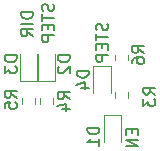
<source format=gbr>
%TF.GenerationSoftware,KiCad,Pcbnew,7.0.8*%
%TF.CreationDate,2023-12-24T04:11:35-08:00*%
%TF.ProjectId,EZ Teknic Converter - R1,455a2054-656b-46e6-9963-20436f6e7665,rev?*%
%TF.SameCoordinates,Original*%
%TF.FileFunction,Legend,Bot*%
%TF.FilePolarity,Positive*%
%FSLAX46Y46*%
G04 Gerber Fmt 4.6, Leading zero omitted, Abs format (unit mm)*
G04 Created by KiCad (PCBNEW 7.0.8) date 2023-12-24 04:11:35*
%MOMM*%
%LPD*%
G01*
G04 APERTURE LIST*
%ADD10C,0.150000*%
%ADD11C,0.120000*%
G04 APERTURE END LIST*
D10*
X37715819Y139998220D02*
X36715819Y139998220D01*
X36715819Y139998220D02*
X36715819Y139760125D01*
X36715819Y139760125D02*
X36763438Y139617268D01*
X36763438Y139617268D02*
X36858676Y139522030D01*
X36858676Y139522030D02*
X36953914Y139474411D01*
X36953914Y139474411D02*
X37144390Y139426792D01*
X37144390Y139426792D02*
X37287247Y139426792D01*
X37287247Y139426792D02*
X37477723Y139474411D01*
X37477723Y139474411D02*
X37572961Y139522030D01*
X37572961Y139522030D02*
X37668200Y139617268D01*
X37668200Y139617268D02*
X37715819Y139760125D01*
X37715819Y139760125D02*
X37715819Y139998220D01*
X37715819Y138998220D02*
X36715819Y138998220D01*
X37715819Y137950602D02*
X37239628Y138283935D01*
X37715819Y138522030D02*
X36715819Y138522030D01*
X36715819Y138522030D02*
X36715819Y138141078D01*
X36715819Y138141078D02*
X36763438Y138045840D01*
X36763438Y138045840D02*
X36811057Y137998221D01*
X36811057Y137998221D02*
X36906295Y137950602D01*
X36906295Y137950602D02*
X37049152Y137950602D01*
X37049152Y137950602D02*
X37144390Y137998221D01*
X37144390Y137998221D02*
X37192009Y138045840D01*
X37192009Y138045840D02*
X37239628Y138141078D01*
X37239628Y138141078D02*
X37239628Y138522030D01*
X46082009Y130092220D02*
X46082009Y129758887D01*
X46605819Y129616030D02*
X46605819Y130092220D01*
X46605819Y130092220D02*
X45605819Y130092220D01*
X45605819Y130092220D02*
X45605819Y129616030D01*
X46605819Y129187458D02*
X45605819Y129187458D01*
X45605819Y129187458D02*
X46605819Y128616030D01*
X46605819Y128616030D02*
X45605819Y128616030D01*
X44018200Y139029839D02*
X44065819Y138886982D01*
X44065819Y138886982D02*
X44065819Y138648887D01*
X44065819Y138648887D02*
X44018200Y138553649D01*
X44018200Y138553649D02*
X43970580Y138506030D01*
X43970580Y138506030D02*
X43875342Y138458411D01*
X43875342Y138458411D02*
X43780104Y138458411D01*
X43780104Y138458411D02*
X43684866Y138506030D01*
X43684866Y138506030D02*
X43637247Y138553649D01*
X43637247Y138553649D02*
X43589628Y138648887D01*
X43589628Y138648887D02*
X43542009Y138839363D01*
X43542009Y138839363D02*
X43494390Y138934601D01*
X43494390Y138934601D02*
X43446771Y138982220D01*
X43446771Y138982220D02*
X43351533Y139029839D01*
X43351533Y139029839D02*
X43256295Y139029839D01*
X43256295Y139029839D02*
X43161057Y138982220D01*
X43161057Y138982220D02*
X43113438Y138934601D01*
X43113438Y138934601D02*
X43065819Y138839363D01*
X43065819Y138839363D02*
X43065819Y138601268D01*
X43065819Y138601268D02*
X43113438Y138458411D01*
X43065819Y138172696D02*
X43065819Y137601268D01*
X44065819Y137886982D02*
X43065819Y137886982D01*
X43542009Y137267934D02*
X43542009Y136934601D01*
X44065819Y136791744D02*
X44065819Y137267934D01*
X44065819Y137267934D02*
X43065819Y137267934D01*
X43065819Y137267934D02*
X43065819Y136791744D01*
X44065819Y136363172D02*
X43065819Y136363172D01*
X43065819Y136363172D02*
X43065819Y135982220D01*
X43065819Y135982220D02*
X43113438Y135886982D01*
X43113438Y135886982D02*
X43161057Y135839363D01*
X43161057Y135839363D02*
X43256295Y135791744D01*
X43256295Y135791744D02*
X43399152Y135791744D01*
X43399152Y135791744D02*
X43494390Y135839363D01*
X43494390Y135839363D02*
X43542009Y135886982D01*
X43542009Y135886982D02*
X43589628Y135982220D01*
X43589628Y135982220D02*
X43589628Y136363172D01*
X39446200Y140680839D02*
X39493819Y140537982D01*
X39493819Y140537982D02*
X39493819Y140299887D01*
X39493819Y140299887D02*
X39446200Y140204649D01*
X39446200Y140204649D02*
X39398580Y140157030D01*
X39398580Y140157030D02*
X39303342Y140109411D01*
X39303342Y140109411D02*
X39208104Y140109411D01*
X39208104Y140109411D02*
X39112866Y140157030D01*
X39112866Y140157030D02*
X39065247Y140204649D01*
X39065247Y140204649D02*
X39017628Y140299887D01*
X39017628Y140299887D02*
X38970009Y140490363D01*
X38970009Y140490363D02*
X38922390Y140585601D01*
X38922390Y140585601D02*
X38874771Y140633220D01*
X38874771Y140633220D02*
X38779533Y140680839D01*
X38779533Y140680839D02*
X38684295Y140680839D01*
X38684295Y140680839D02*
X38589057Y140633220D01*
X38589057Y140633220D02*
X38541438Y140585601D01*
X38541438Y140585601D02*
X38493819Y140490363D01*
X38493819Y140490363D02*
X38493819Y140252268D01*
X38493819Y140252268D02*
X38541438Y140109411D01*
X38493819Y139823696D02*
X38493819Y139252268D01*
X39493819Y139537982D02*
X38493819Y139537982D01*
X38970009Y138918934D02*
X38970009Y138585601D01*
X39493819Y138442744D02*
X39493819Y138918934D01*
X39493819Y138918934D02*
X38493819Y138918934D01*
X38493819Y138918934D02*
X38493819Y138442744D01*
X39493819Y138014172D02*
X38493819Y138014172D01*
X38493819Y138014172D02*
X38493819Y137633220D01*
X38493819Y137633220D02*
X38541438Y137537982D01*
X38541438Y137537982D02*
X38589057Y137490363D01*
X38589057Y137490363D02*
X38684295Y137442744D01*
X38684295Y137442744D02*
X38827152Y137442744D01*
X38827152Y137442744D02*
X38922390Y137490363D01*
X38922390Y137490363D02*
X38970009Y137537982D01*
X38970009Y137537982D02*
X39017628Y137633220D01*
X39017628Y137633220D02*
X39017628Y138014172D01*
X48079819Y133008666D02*
X47603628Y133341999D01*
X48079819Y133580094D02*
X47079819Y133580094D01*
X47079819Y133580094D02*
X47079819Y133199142D01*
X47079819Y133199142D02*
X47127438Y133103904D01*
X47127438Y133103904D02*
X47175057Y133056285D01*
X47175057Y133056285D02*
X47270295Y133008666D01*
X47270295Y133008666D02*
X47413152Y133008666D01*
X47413152Y133008666D02*
X47508390Y133056285D01*
X47508390Y133056285D02*
X47556009Y133103904D01*
X47556009Y133103904D02*
X47603628Y133199142D01*
X47603628Y133199142D02*
X47603628Y133580094D01*
X47079819Y132675332D02*
X47079819Y132056285D01*
X47079819Y132056285D02*
X47460771Y132389618D01*
X47460771Y132389618D02*
X47460771Y132246761D01*
X47460771Y132246761D02*
X47508390Y132151523D01*
X47508390Y132151523D02*
X47556009Y132103904D01*
X47556009Y132103904D02*
X47651247Y132056285D01*
X47651247Y132056285D02*
X47889342Y132056285D01*
X47889342Y132056285D02*
X47984580Y132103904D01*
X47984580Y132103904D02*
X48032200Y132151523D01*
X48032200Y132151523D02*
X48079819Y132246761D01*
X48079819Y132246761D02*
X48079819Y132532475D01*
X48079819Y132532475D02*
X48032200Y132627713D01*
X48032200Y132627713D02*
X47984580Y132675332D01*
X36334819Y136323094D02*
X35334819Y136323094D01*
X35334819Y136323094D02*
X35334819Y136084999D01*
X35334819Y136084999D02*
X35382438Y135942142D01*
X35382438Y135942142D02*
X35477676Y135846904D01*
X35477676Y135846904D02*
X35572914Y135799285D01*
X35572914Y135799285D02*
X35763390Y135751666D01*
X35763390Y135751666D02*
X35906247Y135751666D01*
X35906247Y135751666D02*
X36096723Y135799285D01*
X36096723Y135799285D02*
X36191961Y135846904D01*
X36191961Y135846904D02*
X36287200Y135942142D01*
X36287200Y135942142D02*
X36334819Y136084999D01*
X36334819Y136084999D02*
X36334819Y136323094D01*
X35334819Y135418332D02*
X35334819Y134799285D01*
X35334819Y134799285D02*
X35715771Y135132618D01*
X35715771Y135132618D02*
X35715771Y134989761D01*
X35715771Y134989761D02*
X35763390Y134894523D01*
X35763390Y134894523D02*
X35811009Y134846904D01*
X35811009Y134846904D02*
X35906247Y134799285D01*
X35906247Y134799285D02*
X36144342Y134799285D01*
X36144342Y134799285D02*
X36239580Y134846904D01*
X36239580Y134846904D02*
X36287200Y134894523D01*
X36287200Y134894523D02*
X36334819Y134989761D01*
X36334819Y134989761D02*
X36334819Y135275475D01*
X36334819Y135275475D02*
X36287200Y135370713D01*
X36287200Y135370713D02*
X36239580Y135418332D01*
X42434819Y135023094D02*
X41434819Y135023094D01*
X41434819Y135023094D02*
X41434819Y134784999D01*
X41434819Y134784999D02*
X41482438Y134642142D01*
X41482438Y134642142D02*
X41577676Y134546904D01*
X41577676Y134546904D02*
X41672914Y134499285D01*
X41672914Y134499285D02*
X41863390Y134451666D01*
X41863390Y134451666D02*
X42006247Y134451666D01*
X42006247Y134451666D02*
X42196723Y134499285D01*
X42196723Y134499285D02*
X42291961Y134546904D01*
X42291961Y134546904D02*
X42387200Y134642142D01*
X42387200Y134642142D02*
X42434819Y134784999D01*
X42434819Y134784999D02*
X42434819Y135023094D01*
X41768152Y133594523D02*
X42434819Y133594523D01*
X41387200Y133832618D02*
X42101485Y134070713D01*
X42101485Y134070713D02*
X42101485Y133451666D01*
X43334819Y130223094D02*
X42334819Y130223094D01*
X42334819Y130223094D02*
X42334819Y129984999D01*
X42334819Y129984999D02*
X42382438Y129842142D01*
X42382438Y129842142D02*
X42477676Y129746904D01*
X42477676Y129746904D02*
X42572914Y129699285D01*
X42572914Y129699285D02*
X42763390Y129651666D01*
X42763390Y129651666D02*
X42906247Y129651666D01*
X42906247Y129651666D02*
X43096723Y129699285D01*
X43096723Y129699285D02*
X43191961Y129746904D01*
X43191961Y129746904D02*
X43287200Y129842142D01*
X43287200Y129842142D02*
X43334819Y129984999D01*
X43334819Y129984999D02*
X43334819Y130223094D01*
X43334819Y128699285D02*
X43334819Y129270713D01*
X43334819Y128984999D02*
X42334819Y128984999D01*
X42334819Y128984999D02*
X42477676Y129080237D01*
X42477676Y129080237D02*
X42572914Y129175475D01*
X42572914Y129175475D02*
X42620533Y129270713D01*
X47134819Y136551666D02*
X46658628Y136884999D01*
X47134819Y137123094D02*
X46134819Y137123094D01*
X46134819Y137123094D02*
X46134819Y136742142D01*
X46134819Y136742142D02*
X46182438Y136646904D01*
X46182438Y136646904D02*
X46230057Y136599285D01*
X46230057Y136599285D02*
X46325295Y136551666D01*
X46325295Y136551666D02*
X46468152Y136551666D01*
X46468152Y136551666D02*
X46563390Y136599285D01*
X46563390Y136599285D02*
X46611009Y136646904D01*
X46611009Y136646904D02*
X46658628Y136742142D01*
X46658628Y136742142D02*
X46658628Y137123094D01*
X46134819Y135694523D02*
X46134819Y135884999D01*
X46134819Y135884999D02*
X46182438Y135980237D01*
X46182438Y135980237D02*
X46230057Y136027856D01*
X46230057Y136027856D02*
X46372914Y136123094D01*
X46372914Y136123094D02*
X46563390Y136170713D01*
X46563390Y136170713D02*
X46944342Y136170713D01*
X46944342Y136170713D02*
X47039580Y136123094D01*
X47039580Y136123094D02*
X47087200Y136075475D01*
X47087200Y136075475D02*
X47134819Y135980237D01*
X47134819Y135980237D02*
X47134819Y135789761D01*
X47134819Y135789761D02*
X47087200Y135694523D01*
X47087200Y135694523D02*
X47039580Y135646904D01*
X47039580Y135646904D02*
X46944342Y135599285D01*
X46944342Y135599285D02*
X46706247Y135599285D01*
X46706247Y135599285D02*
X46611009Y135646904D01*
X46611009Y135646904D02*
X46563390Y135694523D01*
X46563390Y135694523D02*
X46515771Y135789761D01*
X46515771Y135789761D02*
X46515771Y135980237D01*
X46515771Y135980237D02*
X46563390Y136075475D01*
X46563390Y136075475D02*
X46611009Y136123094D01*
X46611009Y136123094D02*
X46706247Y136170713D01*
X40834819Y132627666D02*
X40358628Y132960999D01*
X40834819Y133199094D02*
X39834819Y133199094D01*
X39834819Y133199094D02*
X39834819Y132818142D01*
X39834819Y132818142D02*
X39882438Y132722904D01*
X39882438Y132722904D02*
X39930057Y132675285D01*
X39930057Y132675285D02*
X40025295Y132627666D01*
X40025295Y132627666D02*
X40168152Y132627666D01*
X40168152Y132627666D02*
X40263390Y132675285D01*
X40263390Y132675285D02*
X40311009Y132722904D01*
X40311009Y132722904D02*
X40358628Y132818142D01*
X40358628Y132818142D02*
X40358628Y133199094D01*
X40168152Y131770523D02*
X40834819Y131770523D01*
X39787200Y132008618D02*
X40501485Y132246713D01*
X40501485Y132246713D02*
X40501485Y131627666D01*
X40834819Y136323094D02*
X39834819Y136323094D01*
X39834819Y136323094D02*
X39834819Y136084999D01*
X39834819Y136084999D02*
X39882438Y135942142D01*
X39882438Y135942142D02*
X39977676Y135846904D01*
X39977676Y135846904D02*
X40072914Y135799285D01*
X40072914Y135799285D02*
X40263390Y135751666D01*
X40263390Y135751666D02*
X40406247Y135751666D01*
X40406247Y135751666D02*
X40596723Y135799285D01*
X40596723Y135799285D02*
X40691961Y135846904D01*
X40691961Y135846904D02*
X40787200Y135942142D01*
X40787200Y135942142D02*
X40834819Y136084999D01*
X40834819Y136084999D02*
X40834819Y136323094D01*
X39930057Y135370713D02*
X39882438Y135323094D01*
X39882438Y135323094D02*
X39834819Y135227856D01*
X39834819Y135227856D02*
X39834819Y134989761D01*
X39834819Y134989761D02*
X39882438Y134894523D01*
X39882438Y134894523D02*
X39930057Y134846904D01*
X39930057Y134846904D02*
X40025295Y134799285D01*
X40025295Y134799285D02*
X40120533Y134799285D01*
X40120533Y134799285D02*
X40263390Y134846904D01*
X40263390Y134846904D02*
X40834819Y135418332D01*
X40834819Y135418332D02*
X40834819Y134799285D01*
X36334819Y132751666D02*
X35858628Y133084999D01*
X36334819Y133323094D02*
X35334819Y133323094D01*
X35334819Y133323094D02*
X35334819Y132942142D01*
X35334819Y132942142D02*
X35382438Y132846904D01*
X35382438Y132846904D02*
X35430057Y132799285D01*
X35430057Y132799285D02*
X35525295Y132751666D01*
X35525295Y132751666D02*
X35668152Y132751666D01*
X35668152Y132751666D02*
X35763390Y132799285D01*
X35763390Y132799285D02*
X35811009Y132846904D01*
X35811009Y132846904D02*
X35858628Y132942142D01*
X35858628Y132942142D02*
X35858628Y133323094D01*
X35334819Y131846904D02*
X35334819Y132323094D01*
X35334819Y132323094D02*
X35811009Y132370713D01*
X35811009Y132370713D02*
X35763390Y132323094D01*
X35763390Y132323094D02*
X35715771Y132227856D01*
X35715771Y132227856D02*
X35715771Y131989761D01*
X35715771Y131989761D02*
X35763390Y131894523D01*
X35763390Y131894523D02*
X35811009Y131846904D01*
X35811009Y131846904D02*
X35906247Y131799285D01*
X35906247Y131799285D02*
X36144342Y131799285D01*
X36144342Y131799285D02*
X36239580Y131846904D01*
X36239580Y131846904D02*
X36287200Y131894523D01*
X36287200Y131894523D02*
X36334819Y131989761D01*
X36334819Y131989761D02*
X36334819Y132227856D01*
X36334819Y132227856D02*
X36287200Y132323094D01*
X36287200Y132323094D02*
X36239580Y132370713D01*
D11*
%TO.C,R3*%
X45734500Y133206258D02*
X45734500Y132731742D01*
X44689500Y133206258D02*
X44689500Y132731742D01*
%TO.C,D3*%
X36603000Y134151000D02*
X36603000Y136436000D01*
X38073000Y134151000D02*
X36603000Y134151000D01*
X38073000Y136436000D02*
X38073000Y134151000D01*
%TO.C,D4*%
X44296000Y135470000D02*
X44296000Y133185000D01*
X42826000Y135470000D02*
X44296000Y135470000D01*
X42826000Y133185000D02*
X42826000Y135470000D01*
%TO.C,D1*%
X45185000Y131279000D02*
X45185000Y128994000D01*
X43715000Y131279000D02*
X45185000Y131279000D01*
X43715000Y128994000D02*
X43715000Y131279000D01*
%TO.C,R6*%
X45734500Y136381258D02*
X45734500Y135906742D01*
X44689500Y136381258D02*
X44689500Y135906742D01*
%TO.C,R4*%
X38339500Y132223742D02*
X38339500Y132698258D01*
X39384500Y132223742D02*
X39384500Y132698258D01*
%TO.C,D2*%
X38127000Y134151000D02*
X38127000Y136436000D01*
X39597000Y134151000D02*
X38127000Y134151000D01*
X39597000Y136436000D02*
X39597000Y134151000D01*
%TO.C,R5*%
X36815500Y132223742D02*
X36815500Y132698258D01*
X37860500Y132223742D02*
X37860500Y132698258D01*
%TD*%
M02*

</source>
